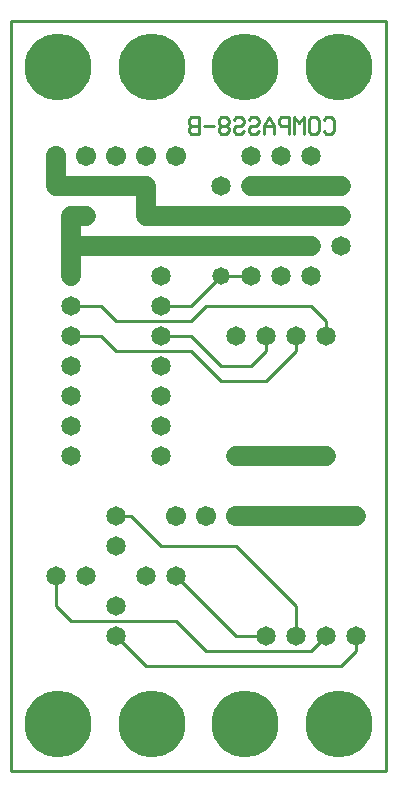
<source format=gbl>
%MOIN*%
%FSLAX25Y25*%
G04 D10 used for Character Trace; *
G04     Circle (OD=.01000) (No hole)*
G04 D11 used for Power Trace; *
G04     Circle (OD=.06700) (No hole)*
G04 D12 used for Signal Trace; *
G04     Circle (OD=.01100) (No hole)*
G04 D13 used for Via; *
G04     Circle (OD=.05800) (Round. Hole ID=.02800)*
G04 D14 used for Component hole; *
G04     Circle (OD=.06500) (Round. Hole ID=.03500)*
G04 D15 used for Component hole; *
G04     Circle (OD=.06700) (Round. Hole ID=.04300)*
G04 D16 used for Component hole; *
G04     Circle (OD=.08100) (Round. Hole ID=.05100)*
G04 D17 used for Component hole; *
G04     Circle (OD=.08900) (Round. Hole ID=.05900)*
G04 D18 used for Component hole; *
G04     Circle (OD=.11300) (Round. Hole ID=.08300)*
G04 D19 used for Component hole; *
G04     Circle (OD=.16000) (Round. Hole ID=.13000)*
G04 D20 used for Component hole; *
G04     Circle (OD=.18300) (Round. Hole ID=.15300)*
G04 D21 used for Component hole; *
G04     Circle (OD=.22291) (Round. Hole ID=.19291)*
%ADD10C,.01000*%
%ADD11C,.06700*%
%ADD12C,.01100*%
%ADD13C,.05800*%
%ADD14C,.06500*%
%ADD15C,.06700*%
%ADD16C,.08100*%
%ADD17C,.08900*%
%ADD18C,.11300*%
%ADD19C,.16000*%
%ADD20C,.18300*%
%ADD21C,.22291*%
%IPPOS*%
%LPD*%
G90*X0Y0D02*D21*X15625Y15625D03*D14*              
X35000Y45000D03*D12*X45000Y35000D01*X110000D01*   
X115000Y40000D01*Y45000D01*D14*D03*X105000D03*D12*
X100000Y40000D01*X65000D01*X55000Y50000D01*       
X20000D01*X15000Y55000D01*Y65000D01*D14*D03*      
X25000D03*X35000Y85000D03*D12*X40000D01*          
X50000Y75000D01*X75000D01*X95000Y55000D01*        
Y45000D01*D14*D03*X85000D03*D12*X75000D01*        
X55000Y65000D01*D14*D03*X45000D03*D15*            
X75000Y85000D03*D11*X85000D01*D14*D03*D11*        
X95000D01*D14*D03*D11*X105000D01*D14*D03*D11*     
X115000D01*D14*D03*X95000Y105000D03*D11*X85000D01*
D14*D03*D11*X75000D01*D14*D03*D15*X55000Y85000D03*
X65000D03*D11*X95000Y105000D02*X105000D01*D14*D03*
D12*X70000Y130000D02*X85000D01*X70000D02*         
X60000Y140000D01*X35000D01*X30000Y145000D01*      
X20000D01*D14*D03*D12*X35000Y150000D02*           
X30000Y155000D01*X35000Y150000D02*X60000D01*      
X65000Y155000D01*X100000D01*X105000Y150000D01*    
Y145000D01*D14*D03*X95000D03*D12*Y140000D01*      
X85000Y130000D01*X70000Y135000D02*X80000D01*      
X70000D02*X60000Y145000D01*X50000D01*D14*D03*D12* 
Y155000D02*X60000D01*D14*X50000D03*D12*X60000D02* 
X70000Y165000D01*D13*D03*D12*X80000D01*D14*D03*   
X70000Y175000D03*D11*X20000D01*Y165000D01*D14*D03*
D12*Y155000D02*X30000D01*D14*X20000D03*D11*       
Y175000D02*Y185000D01*X25000D01*D14*D03*D11*      
X15000Y195000D02*X45000D01*Y185000D01*D14*D03*D11*
X70000D01*D14*D03*D11*X90000D01*D13*D03*D11*      
X110000D01*D14*D03*D13*X100000Y195000D03*D11*     
X80000D01*D13*D03*D14*X90000Y205000D03*X80000D03* 
X70000Y195000D03*D13*X100000Y175000D03*D11*       
X80000D01*D13*D03*D11*X70000D01*D14*              
X90000Y165000D03*X50000D03*X100000Y205000D03*     
Y165000D03*X75000Y145000D03*D15*X55000Y205000D03* 
D14*X85000Y145000D03*D12*Y140000D01*              
X80000Y135000D01*D14*X50000Y105000D03*Y135000D03* 
Y125000D03*Y115000D03*X110000Y175000D03*          
X35000Y75000D03*X110000Y195000D03*D11*X100000D01* 
D10*X104163Y213086D02*X105000Y212129D01*          
X106674D01*X107511Y213086D01*Y216914D01*          
X106674Y217871D01*X105000D01*X104163Y216914D01*   
X99163Y213086D02*X100000Y212129D01*X101674D01*    
X102511Y213086D01*Y216914D01*X101674Y217871D01*   
X100000D01*X99163Y216914D01*Y213086D01*           
X97511Y212129D02*Y217871D01*X95837Y215957D01*     
X94163Y217871D01*Y212129D01*X92511D02*Y217871D01* 
X90000D01*X89163Y216914D01*Y215957D01*            
X90000Y215000D01*X92511D01*X87511Y212129D02*      
Y215000D01*X85837Y217871D01*X84163Y215000D01*     
Y212129D01*X87511Y215000D02*X84163D01*            
X79163Y216914D02*X80000Y217871D01*X81674D01*      
X82511Y216914D01*Y215957D01*X81674Y215000D01*     
X80000D01*X79163Y214043D01*Y213086D01*            
X80000Y212129D01*X81674D01*X82511Y213086D01*      
X74163Y216914D02*X75000Y217871D01*X76674D01*      
X77511Y216914D01*Y215957D01*X76674Y215000D01*     
X75000D01*X74163Y214043D01*Y213086D01*            
X75000Y212129D01*X76674D01*X77511Y213086D01*      
X71674Y215000D02*X72511Y215957D01*Y216914D01*     
X71674Y217871D01*X70000D01*X69163Y216914D01*      
Y215957D01*X70000Y215000D01*X71674D01*            
X72511Y214043D01*Y213086D01*X71674Y212129D01*     
X70000D01*X69163Y213086D01*Y214043D01*            
X70000Y215000D01*X67511D02*X64163D01*             
X62511Y212129D02*Y217871D01*X60000D01*            
X59163Y216914D01*Y215957D01*X60000Y215000D01*     
X59163Y214043D01*Y213086D01*X60000Y212129D01*     
X62511D01*Y215000D02*X60000D01*D21*               
X109375Y234375D03*X78125D03*X46875D03*D12*        
X125000Y0D02*Y250000D01*X0Y0D02*X125000D01*X0D02* 
Y250000D01*X125000D01*D15*X45000Y205000D03*       
X35000D03*X25000D03*D21*X15625Y234375D03*D15*     
X15000Y205000D03*D11*Y195000D01*D14*              
X20000Y135000D03*Y125000D03*Y115000D03*Y105000D03*
X35000Y55000D03*D21*X46875Y15625D03*X78125D03*    
X109375D03*M02*                                   

</source>
